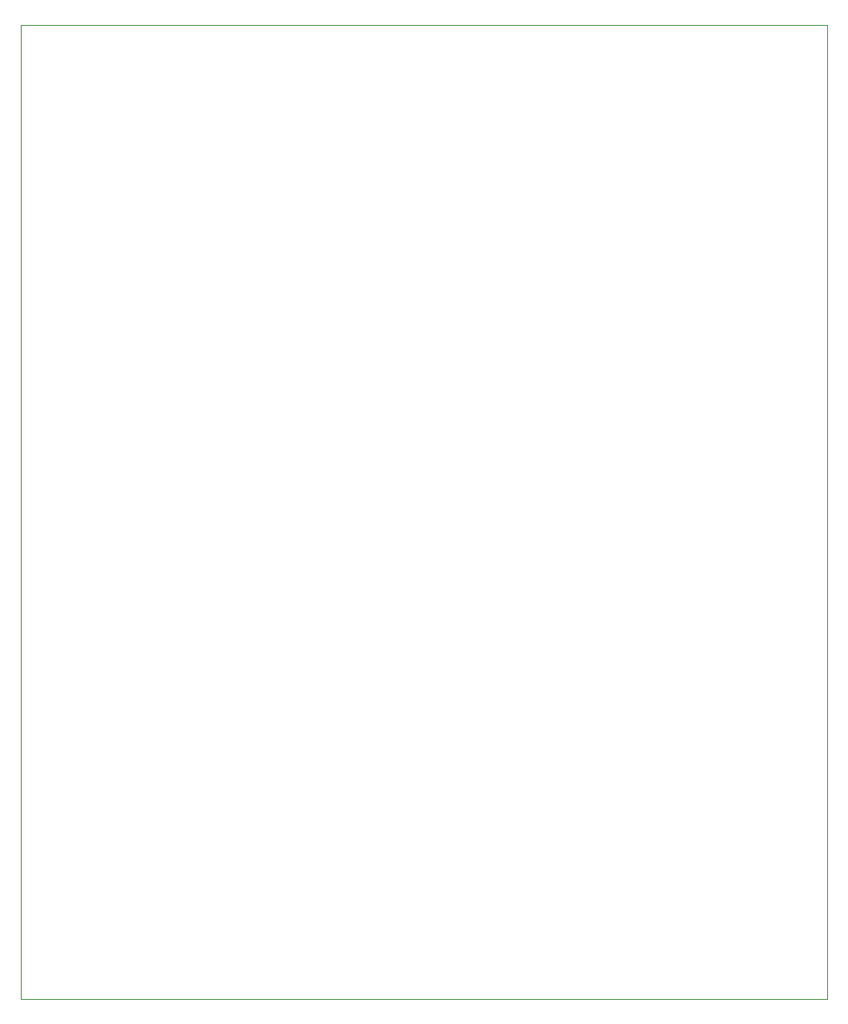
<source format=gm1>
%TF.GenerationSoftware,KiCad,Pcbnew,8.0.2-8.0.2-0~ubuntu22.04.1*%
%TF.CreationDate,2024-05-22T14:53:11-05:00*%
%TF.ProjectId,bias-supply,62696173-2d73-4757-9070-6c792e6b6963,0.1*%
%TF.SameCoordinates,Original*%
%TF.FileFunction,Profile,NP*%
%FSLAX46Y46*%
G04 Gerber Fmt 4.6, Leading zero omitted, Abs format (unit mm)*
G04 Created by KiCad (PCBNEW 8.0.2-8.0.2-0~ubuntu22.04.1) date 2024-05-22 14:53:11*
%MOMM*%
%LPD*%
G01*
G04 APERTURE LIST*
%TA.AperFunction,Profile*%
%ADD10C,0.100000*%
%TD*%
G04 APERTURE END LIST*
D10*
X106500000Y-55500000D02*
X188500000Y-55500000D01*
X188500000Y-154500000D01*
X106500000Y-154500000D01*
X106500000Y-55500000D01*
M02*

</source>
